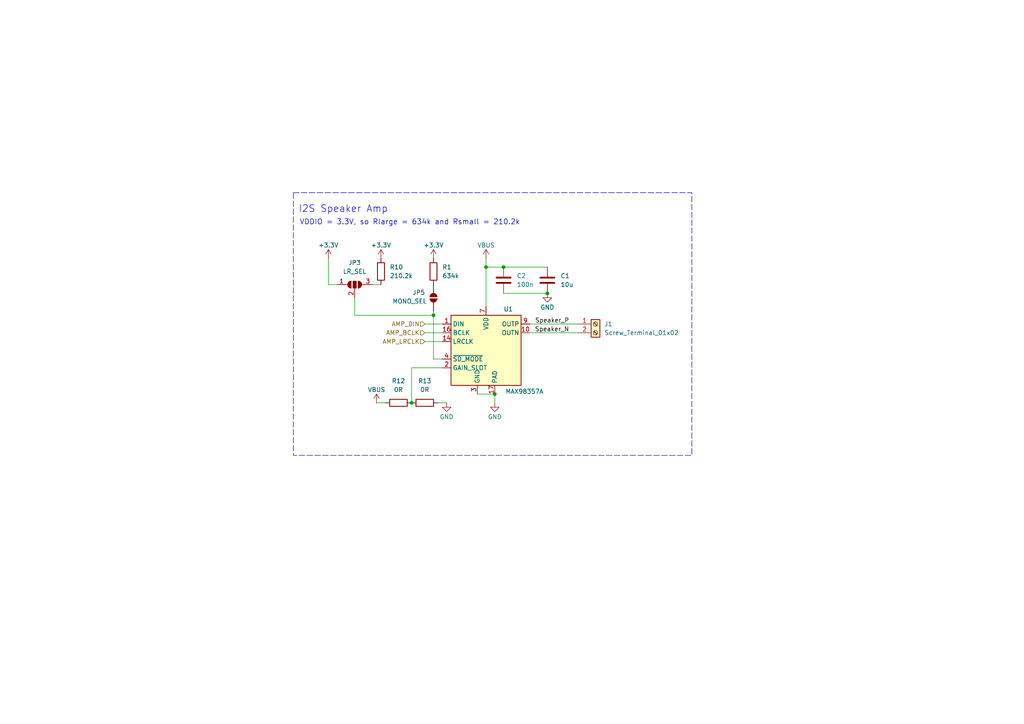
<source format=kicad_sch>
(kicad_sch (version 20231120) (generator "eeschema") (generator_version "8.0")
  (paper "A4")
  (lib_symbols
    (symbol "Audio:MAX98357A"
      (property "Reference" "U" (at -8.89 11.43 0))
      (property "Value" "MAX98357A" (at 10.16 11.43 0))
      (symbol "MAX98357A_1_1"
        (rectangle (start -10.16 10.16) (end 10.16 -10.16) (stroke (width 0.254)) (fill (type background)))
        (pin input line (at -12.7 7.62 0) (length 2.54) (name "DIN") (number "1"))
        (pin output line (at 12.7 5.08 180) (length 2.54) (name "OUTN") (number "10"))
        (pin passive line (at -2.54 -12.7 90) (length 2.54) hide (name "GND") (number "11"))
        (pin no_connect line (at 10.16 -5.08 180) (length 2.54) hide (name "NC") (number "12"))
        (pin no_connect line (at 10.16 -7.62 180) (length 2.54) hide (name "NC") (number "13"))
        (pin input line (at -12.7 2.54 0) (length 2.54) (name "LRCLK") (number "14"))
        (pin passive line (at -2.54 -12.7 90) (length 2.54) hide (name "GND") (number "15"))
        (pin input line (at -12.7 5.08 0) (length 2.54) (name "BCLK") (number "16"))
        (pin passive line (at 2.54 -12.7 90) (length 2.54) (name "PAD") (number "17"))
        (pin passive line (at -12.7 -5.08 0) (length 2.54) (name "GAIN_SLOT") (number "2"))
        (pin power_in line (at -2.54 -12.7 90) (length 2.54) (name "GND") (number "3"))
        (pin input line (at -12.7 -2.54 0) (length 2.54) (name "~{SD_MODE}") (number "4"))
        (pin no_connect line (at 10.16 2.54 180) (length 2.54) hide (name "NC") (number "5"))
        (pin no_connect line (at 10.16 0 180) (length 2.54) hide (name "NC") (number "6"))
        (pin power_in line (at 0 12.7 270) (length 2.54) (name "VDD") (number "7"))
        (pin passive line (at 0 12.7 270) (length 2.54) hide (name "VDD") (number "8"))
        (pin output line (at 12.7 7.62 180) (length 2.54) (name "OUTP") (number "9"))
      )
    )
    (symbol "Connector:Screw_Terminal_01x02" (pin_names (offset 1.016) hide)
      (property "Reference" "J" (at 0 2.54 0))
      (property "Value" "Screw_Terminal_01x02" (at 0 -5.08 0))
      (symbol "Screw_Terminal_01x02_1_1"
        (rectangle (start -1.27 1.27) (end 1.27 -3.81) (stroke (width 0.254)) (fill (type background)))
        (circle (center 0 -2.54) (radius 0.635) (stroke (width 0.1524)))
        (polyline (pts (xy -0.5334 -2.2098) (xy 0.3302 -3.048)) (stroke (width 0.1524)))
        (polyline (pts (xy -0.5334 0.3302) (xy 0.3302 -0.508)) (stroke (width 0.1524)))
        (polyline (pts (xy -0.3556 -2.032) (xy 0.508 -2.8702)) (stroke (width 0.1524)))
        (polyline (pts (xy -0.3556 0.508) (xy 0.508 -0.3302)) (stroke (width 0.1524)))
        (circle (center 0 0) (radius 0.635) (stroke (width 0.1524)))
        (pin passive line (at -5.08 0 0) (length 3.81) (name "Pin_1") (number "1"))
        (pin passive line (at -5.08 -2.54 0) (length 3.81) (name "Pin_2") (number "2"))
      )
    )
    (symbol "Device:C" (pin_numbers hide) (pin_names (offset 0.254))
      (property "Reference" "C" (at 0.635 2.54 0))
      (property "Value" "C" (at 0.635 -2.54 0))
      (symbol "C_0_1"
        (polyline (pts (xy -2.032 -0.762) (xy 2.032 -0.762)) (stroke (width 0.508)))
        (polyline (pts (xy -2.032 0.762) (xy 2.032 0.762)) (stroke (width 0.508)))
      )
      (symbol "C_1_1"
        (pin passive line (at 0 3.81 270) (length 2.794) (name "~") (number "1"))
        (pin passive line (at 0 -3.81 90) (length 2.794) (name "~") (number "2"))
      )
    )
    (symbol "Device:R" (pin_numbers hide) (pin_names (offset 0))
      (property "Reference" "R" (at 2.032 0 90))
      (property "Value" "R" (at 0 0 90))
      (symbol "R_0_1"
        (rectangle (start -1.016 -2.54) (end 1.016 2.54) (stroke (width 0.254)))
      )
      (symbol "R_1_1"
        (pin passive line (at 0 3.81 270) (length 1.27) (name "~") (number "1"))
        (pin passive line (at 0 -3.81 90) (length 1.27) (name "~") (number "2"))
      )
    )
    (symbol "Jumper:SolderJumper_2_Open" (pin_numbers hide) (pin_names (offset 0) hide) (exclude_from_sim yes) (in_bom no)
      (property "Reference" "JP" (at 0 2.032 0))
      (property "Value" "SolderJumper_2_Open" (at 0 -2.54 0))
      (symbol "SolderJumper_2_Open_0_1"
        (arc (start -0.254 1.016) (mid -1.2656 0) (end -0.254 -1.016))
        (arc (start -0.254 1.016) (mid -1.2656 0) (end -0.254 -1.016) (fill (type outline)))
        (polyline (pts (xy -0.254 1.016) (xy -0.254 -1.016)))
        (polyline (pts (xy 0.254 1.016) (xy 0.254 -1.016)))
        (arc (start 0.254 -1.016) (mid 1.2656 0) (end 0.254 1.016))
        (arc (start 0.254 -1.016) (mid 1.2656 0) (end 0.254 1.016) (fill (type outline)))
      )
      (symbol "SolderJumper_2_Open_1_1"
        (pin passive line (at -3.81 0 0) (length 2.54) (name "A") (number "1"))
        (pin passive line (at 3.81 0 180) (length 2.54) (name "B") (number "2"))
      )
    )
    (symbol "Jumper:SolderJumper_3_Open" (pin_names (offset 0) hide) (exclude_from_sim yes) (in_bom no)
      (property "Reference" "JP" (at -2.54 -2.54 0))
      (property "Value" "SolderJumper_3_Open" (at 0 2.794 0))
      (symbol "SolderJumper_3_Open_0_1"
        (arc (start -1.016 1.016) (mid -2.0276 0) (end -1.016 -1.016))
        (arc (start -1.016 1.016) (mid -2.0276 0) (end -1.016 -1.016) (fill (type outline)))
        (rectangle (start -0.508 1.016) (end 0.508 -1.016) (fill (type outline)))
        (polyline (pts (xy -2.54 0) (xy -2.032 0)))
        (polyline (pts (xy -1.016 1.016) (xy -1.016 -1.016)))
        (polyline (pts (xy 0 -1.27) (xy 0 -1.016)))
        (polyline (pts (xy 1.016 1.016) (xy 1.016 -1.016)))
        (polyline (pts (xy 2.54 0) (xy 2.032 0)))
        (arc (start 1.016 -1.016) (mid 2.0276 0) (end 1.016 1.016))
        (arc (start 1.016 -1.016) (mid 2.0276 0) (end 1.016 1.016) (fill (type outline)))
      )
      (symbol "SolderJumper_3_Open_1_1"
        (pin passive line (at -5.08 0 0) (length 2.54) (name "A") (number "1"))
        (pin passive line (at 0 -3.81 90) (length 2.54) (name "C") (number "2"))
        (pin passive line (at 5.08 0 180) (length 2.54) (name "B") (number "3"))
      )
    )
    (symbol "power:+3.3V" (power) (pin_numbers hide) (pin_names (offset 0) hide)
      (property "Value" "+3.3V" (at 0 3.556 0))
      (symbol "+3.3V_0_1"
        (polyline (pts (xy -0.762 1.27) (xy 0 2.54)))
        (polyline (pts (xy 0 0) (xy 0 2.54)))
        (polyline (pts (xy 0 2.54) (xy 0.762 1.27)))
      )
      (symbol "+3.3V_1_1"
        (pin power_in line (at 0 0 90) (length 0) (name "~") (number "1"))
      )
    )
    (symbol "power:GND" (power) (pin_numbers hide) (pin_names (offset 0) hide)
      (property "Value" "GND" (at 0 -3.81 0))
      (symbol "GND_0_1"
        (polyline (pts (xy 0 0) (xy 0 -1.27) (xy 1.27 -1.27) (xy 0 -2.54) (xy -1.27 -1.27) (xy 0 -1.27)))
      )
      (symbol "GND_1_1"
        (pin power_in line (at 0 0 270) (length 0) (name "~") (number "1"))
      )
    )
    (symbol "power:VBUS" (power) (pin_numbers hide) (pin_names (offset 0) hide)
      (property "Value" "VBUS" (at 0 3.556 0))
      (symbol "VBUS_0_1"
        (polyline (pts (xy -0.762 1.27) (xy 0 2.54)))
        (polyline (pts (xy 0 0) (xy 0 2.54)))
        (polyline (pts (xy 0 2.54) (xy 0.762 1.27)))
      )
      (symbol "VBUS_1_1"
        (pin power_in line (at 0 0 90) (length 0) (name "~") (number "1"))
      )
    )
  )
  (junction (at 158.75 85.09))
  (junction (at 140.97 77.47))
  (junction (at 119.38 116.84))
  (junction (at 125.73 91.44))
  (junction (at 146.05 77.47))
  (junction (at 143.51 114.3))
  (wire (pts (xy 140.97 77.47) (xy 140.97 88.9)))
  (wire (pts (xy 95.25 82.55) (xy 97.79 82.55)))
  (wire (pts (xy 140.97 77.47) (xy 140.97 74.93)))
  (wire (pts (xy 123.19 96.52) (xy 128.27 96.52)))
  (wire (pts (xy 123.19 93.98) (xy 128.27 93.98)))
  (wire (pts (xy 125.73 90.17) (xy 125.73 91.44)))
  (wire (pts (xy 102.87 91.44) (xy 125.73 91.44)))
  (wire (pts (xy 146.05 77.47) (xy 140.97 77.47)))
  (wire (pts (xy 95.25 74.93) (xy 95.25 82.55)))
  (wire (pts (xy 158.75 85.09) (xy 146.05 85.09)))
  (wire (pts (xy 143.51 114.3) (xy 143.51 116.84)))
  (wire (pts (xy 123.19 99.06) (xy 128.27 99.06)))
  (wire (pts (xy 127 116.84) (xy 129.54 116.84)))
  (wire (pts (xy 153.67 93.98) (xy 167.64 93.98)))
  (wire (pts (xy 109.22 116.84) (xy 111.76 116.84)))
  (wire (pts (xy 119.38 106.68) (xy 119.38 116.84)))
  (wire (pts (xy 102.87 86.36) (xy 102.87 91.44)))
  (wire (pts (xy 125.73 91.44) (xy 125.73 104.14)))
  (wire (pts (xy 138.43 114.3) (xy 143.51 114.3)))
  (wire (pts (xy 125.73 104.14) (xy 128.27 104.14)))
  (wire (pts (xy 158.75 77.47) (xy 146.05 77.47)))
  (wire (pts (xy 107.95 82.55) (xy 110.49 82.55)))
  (wire (pts (xy 119.38 106.68) (xy 128.27 106.68)))
  (wire (pts (xy 153.67 96.52) (xy 167.64 96.52)))
  (rectangle (start 85.09 55.88) (end 200.66 132.08) (stroke (width 0) (type dash)))
  (text "VDDIO = 3.3V, so Rlarge = 634k and Rsmall = 210.2k" (at 118.872 64.516 0) (effects (font (size 1.5 1.5))))
  (text "I2S Speaker Amp" (at 99.568 60.706 0) (effects (font (size 2 2))))
  (label "Speaker_P" (at 165.1 93.98 180))
  (label "Speaker_N" (at 165.1 96.52 180))
  (hierarchical_label "AMP_LRCLK" (shape input) (at 123.19 99.06 180))
  (hierarchical_label "AMP_DIN" (shape input) (at 123.19 93.98 180))
  (hierarchical_label "AMP_BCLK" (shape input) (at 123.19 96.52 180))
  (symbol (lib_id "power:GND") (at 158.75 85.09 0) (unit 1)
    (property "Reference" "#PWR03" (effects (hide yes)))
    (property "Value" "GND" (at 158.75 89.154 0))
    (property "Description" "Power symbol creates a global label with name \"GND\" , ground" (effects (hide yes)))
  )
  (symbol (lib_id "power:GND") (at 143.51 116.84 0) (unit 1)
    (property "Reference" "#PWR06" (effects (hide yes)))
    (property "Value" "GND" (at 143.51 120.904 0))
    (property "Description" "Power symbol creates a global label with name \"GND\" , ground" (effects (hide yes)))
  )
  (symbol (lib_id "power:+3.3V") (at 125.73 74.93 0) (unit 1)
    (property "Reference" "#PWR01" (effects (hide yes)))
    (property "Value" "+3.3V" (at 125.73 71.12 0))
    (property "Description" "Power symbol creates a global label with name \"+3.3V\"" (effects (hide yes)))
  )
  (symbol (lib_id "power:VBUS") (at 140.97 74.93 0) (unit 1)
    (property "Reference" "#PWR05" (effects (hide yes)))
    (property "Value" "VBUS" (at 140.97 71.12 0))
    (property "Description" "Power symbol creates a global label with name \"VBUS\"" (effects (hide yes)))
  )
  (symbol (lib_id "Device:C") (at 146.05 81.28 0) (unit 1)
    (property "Reference" "C2" (at 149.86 80.0099 0) (effects (justify left)))
    (property "Value" "100n" (at 149.86 82.5499 0) (effects (justify left)))
    (property "Footprint" "Capacitor_SMD:C_0402_1005Metric_Pad0.74x0.62mm_HandSolder" (effects (hide yes)))
    (property "Description" "Unpolarized capacitor" (effects (hide yes)))
  )
  (symbol (lib_id "power:VBUS") (at 109.22 116.84 0) (unit 1)
    (property "Reference" "#PWR02" (effects (hide yes)))
    (property "Value" "VBUS" (at 109.22 113.03 0))
    (property "Description" "Power symbol creates a global label with name \"VBUS\"" (effects (hide yes)))
  )
  (symbol (lib_id "Device:R") (at 110.49 78.74 180) (unit 1)
    (property "Reference" "R10" (at 113.03 77.4699 0) (effects (justify right)))
    (property "Value" "210.2k" (at 113.03 80.0099 0) (effects (justify right)))
    (property "Footprint" "Resistor_SMD:R_0603_1608Metric_Pad0.98x0.95mm_HandSolder" (effects (hide yes)))
    (property "Description" "Resistor" (effects (hide yes)))
  )
  (symbol (lib_id "power:GND") (at 129.54 116.84 0) (unit 1)
    (property "Reference" "#PWR04" (effects (hide yes)))
    (property "Value" "GND" (at 129.54 120.904 0))
    (property "Description" "Power symbol creates a global label with name \"GND\" , ground" (effects (hide yes)))
  )
  (symbol (lib_id "Audio:MAX98357A") (at 140.97 101.6 0) (unit 1)
    (property "Reference" "U1" (at 146.05 89.662 0) (effects (justify left)))
    (property "Value" "MAX98357A" (at 146.558 113.538 0) (effects (justify left)))
    (property "Footprint" "Package_DFN_QFN:TQFN-16-1EP_3x3mm_P0.5mm_EP1.23x1.23mm" (effects (hide yes)))
    (property "Datasheet" "https://www.analog.com/media/en/technical-documentation/data-sheets/MAX98357A-MAX98357B.pdf" (effects (hide yes)))
    (property "Description" "Mono DAC with amplifier, I2S, PCM, TDM, 32-bit, 96khz, 3.2W, TQFP-16" (effects (hide yes)))
  )
  (symbol (lib_id "Device:R") (at 125.73 78.74 0) (unit 1)
    (property "Reference" "R1" (at 128.27 77.4699 0) (effects (justify left)))
    (property "Value" "634k" (at 128.27 80.0099 0) (effects (justify left)))
    (property "Footprint" "Resistor_SMD:R_0603_1608Metric_Pad0.98x0.95mm_HandSolder" (effects (hide yes)))
    (property "Description" "Resistor" (effects (hide yes)))
  )
  (symbol (lib_id "Jumper:SolderJumper_3_Open") (at 102.87 82.55 0) (unit 1) (exclude_from_sim yes) (in_bom no)
    (property "Reference" "JP3" (at 102.87 76.2 0))
    (property "Value" "LR_SEL" (at 102.87 78.74 0))
    (property "Footprint" "Jumper:SolderJumper-3_P2.0mm_Open_TrianglePad1.0x1.5mm" (effects (hide yes)))
    (property "Description" "Solder Jumper, 3-pole, open" (effects (hide yes)))
  )
  (symbol (lib_id "Jumper:SolderJumper_2_Open") (at 125.73 86.36 270) (unit 1) (exclude_from_sim yes) (in_bom no)
    (property "Reference" "JP5" (at 119.634 84.836 90) (effects (justify left)))
    (property "Value" "MONO_SEL" (at 113.792 87.376 90) (effects (justify left)))
    (property "Footprint" "Jumper:SolderJumper-2_P1.3mm_Open_TrianglePad1.0x1.5mm" (effects (hide yes)))
    (property "Description" "Solder Jumper, 2-pole, open" (effects (hide yes)))
  )
  (symbol (lib_id "Connector:Screw_Terminal_01x02") (at 172.72 93.98 0) (unit 1)
    (property "Reference" "J1" (at 175.26 93.9799 0) (effects (justify left)))
    (property "Value" "Screw_Terminal_01x02" (at 175.26 96.5199 0) (effects (justify left)))
    (property "Footprint" "TerminalBlock:TerminalBlock_Xinya_XY308-2.54-2P_1x02_P2.54mm_Horizontal" (effects (hide yes)))
    (property "Description" "Generic screw terminal, single row, 01x02, script generated (kicad-library-utils/schlib/autogen/connector/)" (effects (hide yes)))
  )
  (symbol (lib_id "Device:R") (at 115.57 116.84 90) (unit 1)
    (property "Reference" "R12" (at 115.57 110.49 90))
    (property "Value" "0R" (at 115.57 113.03 90))
    (property "Footprint" "Resistor_SMD:R_0402_1005Metric_Pad0.72x0.64mm_HandSolder" (effects (hide yes)))
    (property "Description" "Resistor" (effects (hide yes)))
  )
  (symbol (lib_id "Device:R") (at 123.19 116.84 90) (unit 1)
    (property "Reference" "R13" (at 123.19 110.49 90))
    (property "Value" "0R" (at 123.19 113.03 90))
    (property "Footprint" "Resistor_SMD:R_0402_1005Metric_Pad0.72x0.64mm_HandSolder" (effects (hide yes)))
    (property "Description" "Resistor" (effects (hide yes)))
  )
  (symbol (lib_id "power:+3.3V") (at 95.25 74.93 0) (unit 1)
    (property "Reference" "#PWR030" (effects (hide yes)))
    (property "Value" "+3.3V" (at 95.25 71.12 0))
    (property "Description" "Power symbol creates a global label with name \"+3.3V\"" (effects (hide yes)))
  )
  (symbol (lib_id "power:+3.3V") (at 110.49 74.93 0) (unit 1)
    (property "Reference" "#PWR031" (effects (hide yes)))
    (property "Value" "+3.3V" (at 110.49 71.12 0))
    (property "Description" "Power symbol creates a global label with name \"+3.3V\"" (effects (hide yes)))
  )
  (symbol (lib_id "Device:C") (at 158.75 81.28 0) (unit 1)
    (property "Reference" "C1" (at 162.56 80.0099 0) (effects (justify left)))
    (property "Value" "10u" (at 162.56 82.5499 0) (effects (justify left)))
    (property "Footprint" "Capacitor_SMD:C_0603_1608Metric_Pad1.08x0.95mm_HandSolder" (effects (hide yes)))
    (property "Description" "Unpolarized capacitor" (effects (hide yes)))
  )
)
</source>
